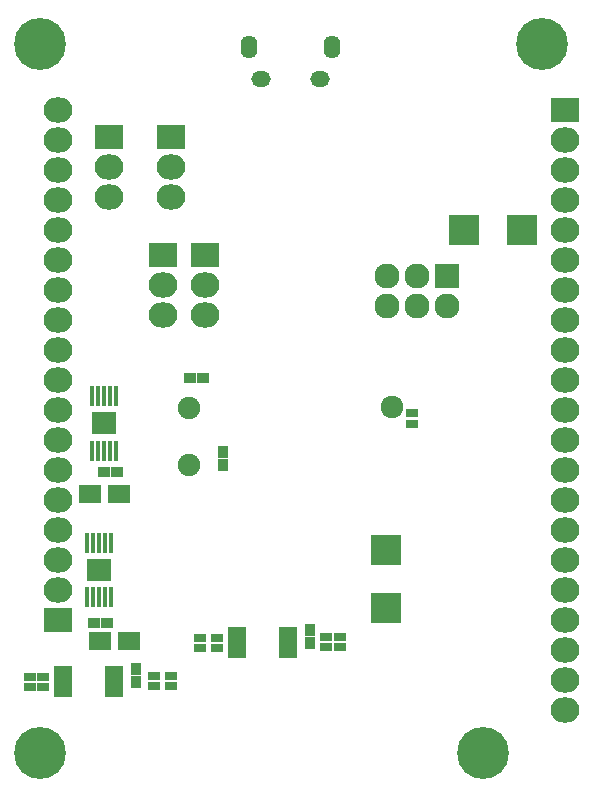
<source format=gbs>
G04 #@! TF.FileFunction,Soldermask,Bot*
%FSLAX46Y46*%
G04 Gerber Fmt 4.6, Leading zero omitted, Abs format (unit mm)*
G04 Created by KiCad (PCBNEW 4.0.5) date Mon Feb 27 06:48:06 2017*
%MOMM*%
%LPD*%
G01*
G04 APERTURE LIST*
%ADD10C,0.100000*%
%ADD11R,1.500000X0.650000*%
%ADD12R,0.900000X1.000000*%
%ADD13R,1.900000X1.650000*%
%ADD14R,1.000000X0.900000*%
%ADD15R,2.560000X2.660000*%
%ADD16R,2.660000X2.560000*%
%ADD17R,2.432000X2.127200*%
%ADD18O,2.432000X2.127200*%
%ADD19O,1.650000X1.350000*%
%ADD20O,1.400000X1.950000*%
%ADD21R,2.127200X2.127200*%
%ADD22O,2.127200X2.127200*%
%ADD23R,1.000000X0.800000*%
%ADD24R,0.400000X1.750000*%
%ADD25R,2.080000X1.830000*%
%ADD26C,1.924000*%
%ADD27C,1.901140*%
%ADD28C,4.400000*%
G04 APERTURE END LIST*
D10*
D11*
X119150000Y-81650000D03*
X119150000Y-81150000D03*
X119150000Y-80650000D03*
X119150000Y-80150000D03*
X119150000Y-79650000D03*
X123450000Y-79650000D03*
X123450000Y-80150000D03*
X123450000Y-80650000D03*
X123450000Y-81150000D03*
X123450000Y-81650000D03*
D12*
X110600000Y-83950000D03*
X110600000Y-82850000D03*
X125350000Y-80650000D03*
X125350000Y-79550000D03*
D13*
X106700000Y-68050000D03*
X109200000Y-68050000D03*
X107550000Y-80500000D03*
X110050000Y-80500000D03*
D14*
X107100000Y-79000000D03*
X108200000Y-79000000D03*
X107900000Y-66250000D03*
X109000000Y-66250000D03*
D12*
X118000000Y-65650000D03*
X118000000Y-64550000D03*
D14*
X115200000Y-58250000D03*
X116300000Y-58250000D03*
D15*
X143300000Y-45700000D03*
X138400000Y-45700000D03*
D16*
X131750000Y-72850000D03*
X131750000Y-77750000D03*
D17*
X104000000Y-78740000D03*
D18*
X104000000Y-76200000D03*
X104000000Y-73660000D03*
X104000000Y-71120000D03*
X104000000Y-68580000D03*
X104000000Y-66040000D03*
X104000000Y-63500000D03*
X104000000Y-60960000D03*
X104000000Y-58420000D03*
X104000000Y-55880000D03*
X104000000Y-53340000D03*
X104000000Y-50800000D03*
X104000000Y-48260000D03*
X104000000Y-45720000D03*
X104000000Y-43180000D03*
X104000000Y-40640000D03*
X104000000Y-38100000D03*
X104000000Y-35560000D03*
D17*
X108300000Y-37860000D03*
D18*
X108300000Y-40400000D03*
X108300000Y-42940000D03*
D19*
X126200900Y-32962540D03*
X121200900Y-32962540D03*
D20*
X127200900Y-30262540D03*
X120200900Y-30262540D03*
D17*
X113600000Y-37860000D03*
D18*
X113600000Y-40400000D03*
X113600000Y-42940000D03*
D17*
X146900000Y-35560000D03*
D18*
X146900000Y-38100000D03*
X146900000Y-40640000D03*
X146900000Y-43180000D03*
X146900000Y-45720000D03*
X146900000Y-48260000D03*
X146900000Y-50800000D03*
X146900000Y-53340000D03*
X146900000Y-55880000D03*
X146900000Y-58420000D03*
X146900000Y-60960000D03*
X146900000Y-63500000D03*
X146900000Y-66040000D03*
X146900000Y-68580000D03*
X146900000Y-71120000D03*
X146900000Y-73660000D03*
X146900000Y-76200000D03*
X146900000Y-78740000D03*
X146900000Y-81280000D03*
X146900000Y-83820000D03*
X146900000Y-86360000D03*
D17*
X112900000Y-47800000D03*
D18*
X112900000Y-50340000D03*
X112900000Y-52880000D03*
D17*
X116500000Y-47820000D03*
D18*
X116500000Y-50360000D03*
X116500000Y-52900000D03*
D21*
X136940000Y-49600000D03*
D22*
X136940000Y-52140000D03*
X134400000Y-49600000D03*
X134400000Y-52140000D03*
X131860000Y-49600000D03*
X131860000Y-52140000D03*
D23*
X127900000Y-81050000D03*
X127900000Y-80150000D03*
X117500000Y-81150000D03*
X117500000Y-80250000D03*
X101650000Y-83550000D03*
X101650000Y-84450000D03*
X112150000Y-83450000D03*
X112150000Y-84350000D03*
X116050000Y-80250000D03*
X116050000Y-81150000D03*
X102750000Y-84450000D03*
X102750000Y-83550000D03*
X126700000Y-80150000D03*
X126700000Y-81050000D03*
X113600000Y-84350000D03*
X113600000Y-83450000D03*
X134000000Y-61250000D03*
X134000000Y-62150000D03*
D11*
X104450000Y-84950000D03*
X104450000Y-84450000D03*
X104450000Y-83950000D03*
X104450000Y-83450000D03*
X104450000Y-82950000D03*
X108750000Y-82950000D03*
X108750000Y-83450000D03*
X108750000Y-83950000D03*
X108750000Y-84450000D03*
X108750000Y-84950000D03*
D24*
X108900000Y-64400000D03*
X108400000Y-64400000D03*
X107900000Y-64400000D03*
X107400000Y-64400000D03*
X106900000Y-64400000D03*
X106900000Y-59800000D03*
X107400000Y-59800000D03*
X107900000Y-59800000D03*
X108400000Y-59800000D03*
X108900000Y-59800000D03*
D25*
X107900000Y-62100000D03*
D24*
X108500000Y-76800000D03*
X108000000Y-76800000D03*
X107500000Y-76800000D03*
X107000000Y-76800000D03*
X106500000Y-76800000D03*
X106500000Y-72200000D03*
X107000000Y-72200000D03*
X107500000Y-72200000D03*
X108000000Y-72200000D03*
X108500000Y-72200000D03*
D25*
X107500000Y-74500000D03*
D26*
X132300000Y-60700000D03*
D27*
X115100000Y-65640940D03*
X115100000Y-60759060D03*
D28*
X102500000Y-30000000D03*
X145000000Y-30000000D03*
X140000000Y-90000000D03*
X102500000Y-90000000D03*
M02*

</source>
